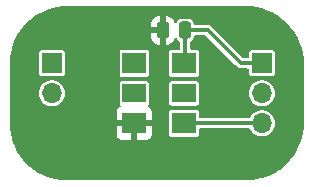
<source format=gtl>
%TF.GenerationSoftware,KiCad,Pcbnew,8.0.4*%
%TF.CreationDate,2024-08-08T10:26:26+02:00*%
%TF.ProjectId,Clock Oscillator,436c6f63-6b20-44f7-9363-696c6c61746f,V1*%
%TF.SameCoordinates,PX6d01460PY32de760*%
%TF.FileFunction,Copper,L1,Top*%
%TF.FilePolarity,Positive*%
%FSLAX46Y46*%
G04 Gerber Fmt 4.6, Leading zero omitted, Abs format (unit mm)*
G04 Created by KiCad (PCBNEW 8.0.4) date 2024-08-08 10:26:26*
%MOMM*%
%LPD*%
G01*
G04 APERTURE LIST*
G04 Aperture macros list*
%AMRoundRect*
0 Rectangle with rounded corners*
0 $1 Rounding radius*
0 $2 $3 $4 $5 $6 $7 $8 $9 X,Y pos of 4 corners*
0 Add a 4 corners polygon primitive as box body*
4,1,4,$2,$3,$4,$5,$6,$7,$8,$9,$2,$3,0*
0 Add four circle primitives for the rounded corners*
1,1,$1+$1,$2,$3*
1,1,$1+$1,$4,$5*
1,1,$1+$1,$6,$7*
1,1,$1+$1,$8,$9*
0 Add four rect primitives between the rounded corners*
20,1,$1+$1,$2,$3,$4,$5,0*
20,1,$1+$1,$4,$5,$6,$7,0*
20,1,$1+$1,$6,$7,$8,$9,0*
20,1,$1+$1,$8,$9,$2,$3,0*%
G04 Aperture macros list end*
%TA.AperFunction,ComponentPad*%
%ADD10R,1.700000X1.700000*%
%TD*%
%TA.AperFunction,ComponentPad*%
%ADD11O,1.700000X1.700000*%
%TD*%
%TA.AperFunction,SMDPad,CuDef*%
%ADD12R,2.000000X1.800000*%
%TD*%
%TA.AperFunction,SMDPad,CuDef*%
%ADD13R,2.000000X1.600000*%
%TD*%
%TA.AperFunction,SMDPad,CuDef*%
%ADD14RoundRect,0.250000X0.250000X0.475000X-0.250000X0.475000X-0.250000X-0.475000X0.250000X-0.475000X0*%
%TD*%
%TA.AperFunction,Conductor*%
%ADD15C,0.380000*%
%TD*%
G04 APERTURE END LIST*
D10*
%TO.P,J1,1,Pin_1*%
%TO.N,/~{Reset}*%
X0Y0D03*
D11*
%TO.P,J1,2,Pin_2*%
%TO.N,unconnected-(J1-Pin_2-Pad2)*%
X0Y-2540000D03*
%TO.P,J1,3,Pin_3*%
%TO.N,/GND*%
X0Y-5080000D03*
%TD*%
D10*
%TO.P,J2,1,Pin_1*%
%TO.N,/3.3V*%
X17780000Y0D03*
D11*
%TO.P,J2,2,Pin_2*%
%TO.N,unconnected-(J2-Pin_2-Pad2)*%
X17780000Y-2540000D03*
%TO.P,J2,3,Pin_3*%
%TO.N,/CLK*%
X17780000Y-5080000D03*
%TD*%
D12*
%TO.P,Y1,1,E/D*%
%TO.N,unconnected-(Y1-E{slash}D-Pad1)*%
X6994000Y0D03*
D13*
%TO.P,Y1,2,NC*%
%TO.N,unconnected-(Y1-NC-Pad2)*%
X6994000Y-2540000D03*
D12*
%TO.P,Y1,3,GND*%
%TO.N,/GND*%
X6994000Y-5080000D03*
%TO.P,Y1,4,OUT*%
%TO.N,/CLK*%
X11194000Y-5080000D03*
D13*
%TO.P,Y1,5,OUT2*%
%TO.N,unconnected-(Y1-OUT2-Pad5)*%
X11194000Y-2540000D03*
D12*
%TO.P,Y1,6,3V*%
%TO.N,/3.3V*%
X11194000Y0D03*
%TD*%
D14*
%TO.P,C2,1*%
%TO.N,/3.3V*%
X11298000Y2794000D03*
%TO.P,C2,2*%
%TO.N,/GND*%
X9398000Y2794000D03*
%TD*%
D15*
%TO.N,/GND*%
X9398000Y-4318000D02*
X9398000Y2794000D01*
X8636000Y-5080000D02*
X9398000Y-4318000D01*
X7094000Y-5080000D02*
X8636000Y-5080000D01*
X0Y-5080000D02*
X6994000Y-5080000D01*
%TO.N,/3.3V*%
X16002000Y0D02*
X13208000Y2794000D01*
X17780000Y0D02*
X16002000Y0D01*
X13208000Y2794000D02*
X11298000Y2794000D01*
X11298000Y2794000D02*
X11298000Y104000D01*
%TO.N,/CLK*%
X17780000Y-5080000D02*
X11194000Y-5080000D01*
%TD*%
%TA.AperFunction,Conductor*%
%TO.N,/GND*%
G36*
X2286000Y-9909498D02*
G01*
X1272701Y-9909498D01*
X1267293Y-9909380D01*
X854485Y-9891358D01*
X843709Y-9890415D01*
X640220Y-9863625D01*
X436734Y-9836835D01*
X426082Y-9834957D01*
X165489Y-9777185D01*
X25313Y-9746109D01*
X14870Y-9743311D01*
X-376631Y-9619871D01*
X-386794Y-9616172D01*
X-766039Y-9459082D01*
X-775843Y-9454510D01*
X-893717Y-9393149D01*
X-1139960Y-9264962D01*
X-1149316Y-9259561D01*
X-1322421Y-9149280D01*
X-1495519Y-9039004D01*
X-1504380Y-9032800D01*
X-1830045Y-8782909D01*
X-1838332Y-8775955D01*
X-2140982Y-8498627D01*
X-2148631Y-8490978D01*
X-2425959Y-8188328D01*
X-2432913Y-8180041D01*
X-2682798Y-7854384D01*
X-2689003Y-7845523D01*
X-2909565Y-7499309D01*
X-2914973Y-7489941D01*
X-3104516Y-7125832D01*
X-3109085Y-7116035D01*
X-3149139Y-7019335D01*
X-3266180Y-6736774D01*
X-3269869Y-6726639D01*
X-3393318Y-6335110D01*
X-3396107Y-6324698D01*
X-3484962Y-5923897D01*
X-3486834Y-5913278D01*
X-3540418Y-5506267D01*
X-3541358Y-5495532D01*
X-3559387Y-5082602D01*
X-3559504Y-5077210D01*
X-3559504Y-5035830D01*
X-3559504Y-2539999D01*
X-1105215Y-2539999D01*
X-1105215Y-2540000D01*
X-1086398Y-2743082D01*
X-1030583Y-2939247D01*
X-1030578Y-2939260D01*
X-939673Y-3121821D01*
X-816763Y-3284581D01*
X-666042Y-3421980D01*
X-666040Y-3421982D01*
X-566859Y-3483392D01*
X-492637Y-3529348D01*
X-302456Y-3603024D01*
X-101976Y-3640500D01*
X-101974Y-3640500D01*
X101974Y-3640500D01*
X101976Y-3640500D01*
X302456Y-3603024D01*
X492637Y-3529348D01*
X666041Y-3421981D01*
X816764Y-3284579D01*
X939673Y-3121821D01*
X1030582Y-2939250D01*
X1086397Y-2743083D01*
X1105215Y-2540000D01*
X1086397Y-2336917D01*
X1030582Y-2140750D01*
X939673Y-1958179D01*
X816764Y-1795421D01*
X816762Y-1795418D01*
X666041Y-1658019D01*
X666039Y-1658017D01*
X492642Y-1550655D01*
X492635Y-1550651D01*
X397546Y-1513814D01*
X302456Y-1476976D01*
X101976Y-1439500D01*
X-101976Y-1439500D01*
X-302456Y-1476976D01*
X-302459Y-1476976D01*
X-302459Y-1476977D01*
X-492636Y-1550651D01*
X-492643Y-1550655D01*
X-666040Y-1658017D01*
X-666042Y-1658019D01*
X-816763Y-1795418D01*
X-939673Y-1958178D01*
X-1030578Y-2140739D01*
X-1030583Y-2140752D01*
X-1086398Y-2336917D01*
X-1105215Y-2539999D01*
X-3559504Y-2539999D01*
X-3559503Y-2658D01*
X-3559387Y2659D01*
X-3541360Y415538D01*
X-3540420Y426270D01*
X-3486838Y833274D01*
X-3484964Y843904D01*
X-3478141Y874679D01*
X-1100500Y874679D01*
X-1100500Y-874678D01*
X-1085968Y-947735D01*
X-1085967Y-947739D01*
X-1085966Y-947740D01*
X-1030601Y-1030601D01*
X-947740Y-1085966D01*
X-947736Y-1085967D01*
X-874679Y-1100499D01*
X-874676Y-1100500D01*
X-874674Y-1100500D01*
X874676Y-1100500D01*
X874677Y-1100499D01*
X947740Y-1085966D01*
X1030601Y-1030601D01*
X1085966Y-947740D01*
X1100500Y-874674D01*
X1100500Y874674D01*
X1100500Y874677D01*
X1100499Y874679D01*
X1085967Y947736D01*
X1085966Y947740D01*
X1030601Y1030601D01*
X947740Y1085966D01*
X947739Y1085967D01*
X947735Y1085968D01*
X874677Y1100500D01*
X874674Y1100500D01*
X-874674Y1100500D01*
X-874677Y1100500D01*
X-947736Y1085968D01*
X-947740Y1085967D01*
X-1030601Y1030601D01*
X-1085967Y947740D01*
X-1085968Y947736D01*
X-1100500Y874679D01*
X-3478141Y874679D01*
X-3396109Y1244698D01*
X-3393311Y1255136D01*
X-3269871Y1646641D01*
X-3266183Y1656773D01*
X-3109080Y2036054D01*
X-3104522Y2045828D01*
X-2914957Y2409978D01*
X-2909575Y2419299D01*
X-2689002Y2765529D01*
X-2682811Y2774372D01*
X-2432899Y3100063D01*
X-2425959Y3108332D01*
X-2148631Y3410982D01*
X-2140982Y3418631D01*
X-1838332Y3695959D01*
X-1830063Y3702899D01*
X-1504372Y3952811D01*
X-1495529Y3959002D01*
X-1149299Y4179575D01*
X-1139978Y4184957D01*
X-775828Y4374522D01*
X-766054Y4379080D01*
X-386773Y4536183D01*
X-376641Y4539871D01*
X14873Y4663314D01*
X25302Y4666109D01*
X426096Y4754964D01*
X436726Y4756838D01*
X843730Y4810420D01*
X854462Y4811360D01*
X1267295Y4829385D01*
X1272704Y4829502D01*
X1365522Y4829502D01*
X1365531Y4829503D01*
X2286000Y4829503D01*
X2286000Y-9909498D01*
G37*
%TD.AperFunction*%
%TD*%
%TA.AperFunction,Conductor*%
%TO.N,/GND*%
G36*
X16512702Y4829386D02*
G01*
X16925533Y4811361D01*
X16936268Y4810421D01*
X17343279Y4756837D01*
X17353898Y4754965D01*
X17754695Y4666111D01*
X17765121Y4663317D01*
X18156631Y4539875D01*
X18166778Y4536182D01*
X18546042Y4379085D01*
X18555833Y4374519D01*
X18618431Y4341933D01*
X18919942Y4184976D01*
X18929310Y4179568D01*
X19275525Y3959005D01*
X19284386Y3952800D01*
X19610049Y3702910D01*
X19618324Y3695967D01*
X19920993Y3418623D01*
X19928636Y3410979D01*
X20205952Y3108341D01*
X20212906Y3100054D01*
X20462803Y2774382D01*
X20469007Y2765521D01*
X20689560Y2419324D01*
X20694965Y2409962D01*
X20823152Y2163719D01*
X20884513Y2045845D01*
X20889085Y2036041D01*
X21046174Y1656795D01*
X21049874Y1646630D01*
X21173313Y1255134D01*
X21176113Y1244684D01*
X21264960Y843919D01*
X21266838Y833267D01*
X21318547Y440500D01*
X21320418Y426293D01*
X21321361Y415516D01*
X21339380Y2799D01*
X21339498Y-2610D01*
X21339498Y-5077291D01*
X21339380Y-5082700D01*
X21321356Y-5495510D01*
X21320413Y-5506286D01*
X21266834Y-5913260D01*
X21264956Y-5923913D01*
X21176108Y-6324681D01*
X21173308Y-6335130D01*
X21049872Y-6726620D01*
X21046172Y-6736786D01*
X20889082Y-7116034D01*
X20884510Y-7125838D01*
X20694970Y-7489940D01*
X20689562Y-7499308D01*
X20468999Y-7845523D01*
X20462794Y-7854384D01*
X20212909Y-8180041D01*
X20205955Y-8188328D01*
X19928627Y-8490978D01*
X19920978Y-8498627D01*
X19618328Y-8775955D01*
X19610041Y-8782909D01*
X19284384Y-9032794D01*
X19275523Y-9038999D01*
X18929308Y-9259562D01*
X18919940Y-9264970D01*
X18555838Y-9454510D01*
X18546034Y-9459082D01*
X18166786Y-9616172D01*
X18156620Y-9619872D01*
X17765130Y-9743308D01*
X17754681Y-9746108D01*
X17353913Y-9834956D01*
X17343260Y-9836834D01*
X16936286Y-9890413D01*
X16925510Y-9891356D01*
X16512701Y-9909380D01*
X16507292Y-9909498D01*
X15494000Y-9909498D01*
X15494000Y-5520500D01*
X16693181Y-5520500D01*
X16760220Y-5540185D01*
X16804180Y-5589228D01*
X16840327Y-5661821D01*
X16963237Y-5824581D01*
X17113958Y-5961980D01*
X17113960Y-5961982D01*
X17213141Y-6023392D01*
X17287363Y-6069348D01*
X17477544Y-6143024D01*
X17678024Y-6180500D01*
X17678026Y-6180500D01*
X17881974Y-6180500D01*
X17881976Y-6180500D01*
X18082456Y-6143024D01*
X18272637Y-6069348D01*
X18446041Y-5961981D01*
X18596764Y-5824579D01*
X18719673Y-5661821D01*
X18810582Y-5479250D01*
X18866397Y-5283083D01*
X18885215Y-5080000D01*
X18866397Y-4876917D01*
X18810582Y-4680750D01*
X18719673Y-4498179D01*
X18596764Y-4335421D01*
X18596762Y-4335418D01*
X18446041Y-4198019D01*
X18446039Y-4198017D01*
X18272642Y-4090655D01*
X18272635Y-4090651D01*
X18177546Y-4053814D01*
X18082456Y-4016976D01*
X17881976Y-3979500D01*
X17678024Y-3979500D01*
X17477544Y-4016976D01*
X17477541Y-4016976D01*
X17477541Y-4016977D01*
X17287364Y-4090651D01*
X17287357Y-4090655D01*
X17113960Y-4198017D01*
X17113958Y-4198019D01*
X16963237Y-4335418D01*
X16840327Y-4498178D01*
X16840327Y-4498179D01*
X16804180Y-4570771D01*
X16756679Y-4622008D01*
X16693181Y-4639500D01*
X15494000Y-4639500D01*
X15494000Y-2539999D01*
X16674785Y-2539999D01*
X16674785Y-2540000D01*
X16693602Y-2743082D01*
X16749417Y-2939247D01*
X16749422Y-2939260D01*
X16840327Y-3121821D01*
X16963237Y-3284581D01*
X17113958Y-3421980D01*
X17113960Y-3421982D01*
X17213141Y-3483392D01*
X17287363Y-3529348D01*
X17477544Y-3603024D01*
X17678024Y-3640500D01*
X17678026Y-3640500D01*
X17881974Y-3640500D01*
X17881976Y-3640500D01*
X18082456Y-3603024D01*
X18272637Y-3529348D01*
X18446041Y-3421981D01*
X18596764Y-3284579D01*
X18719673Y-3121821D01*
X18810582Y-2939250D01*
X18866397Y-2743083D01*
X18885215Y-2540000D01*
X18866397Y-2336917D01*
X18810582Y-2140750D01*
X18719673Y-1958179D01*
X18596764Y-1795421D01*
X18596762Y-1795418D01*
X18446041Y-1658019D01*
X18446039Y-1658017D01*
X18272642Y-1550655D01*
X18272635Y-1550651D01*
X18177546Y-1513814D01*
X18082456Y-1476976D01*
X17881976Y-1439500D01*
X17678024Y-1439500D01*
X17477544Y-1476976D01*
X17477541Y-1476976D01*
X17477541Y-1476977D01*
X17287364Y-1550651D01*
X17287357Y-1550655D01*
X17113960Y-1658017D01*
X17113958Y-1658019D01*
X16963237Y-1795418D01*
X16840327Y-1958178D01*
X16749422Y-2140739D01*
X16749417Y-2140752D01*
X16693602Y-2336917D01*
X16674785Y-2539999D01*
X15494000Y-2539999D01*
X15494000Y-114961D01*
X15649512Y-270473D01*
X15731527Y-352488D01*
X15831973Y-410481D01*
X15944007Y-440500D01*
X16555500Y-440500D01*
X16622539Y-460185D01*
X16668294Y-512989D01*
X16679500Y-564500D01*
X16679500Y-874678D01*
X16694032Y-947735D01*
X16694033Y-947739D01*
X16694034Y-947740D01*
X16749399Y-1030601D01*
X16832260Y-1085966D01*
X16832264Y-1085967D01*
X16905321Y-1100499D01*
X16905324Y-1100500D01*
X16905326Y-1100500D01*
X18654676Y-1100500D01*
X18654677Y-1100499D01*
X18727740Y-1085966D01*
X18810601Y-1030601D01*
X18865966Y-947740D01*
X18880500Y-874674D01*
X18880500Y874674D01*
X18880500Y874677D01*
X18880499Y874679D01*
X18865967Y947736D01*
X18865966Y947740D01*
X18810601Y1030601D01*
X18727740Y1085966D01*
X18727739Y1085967D01*
X18727735Y1085968D01*
X18654677Y1100500D01*
X18654674Y1100500D01*
X16905326Y1100500D01*
X16905323Y1100500D01*
X16832264Y1085968D01*
X16832260Y1085967D01*
X16749399Y1030601D01*
X16694033Y947740D01*
X16694032Y947736D01*
X16679500Y874679D01*
X16679500Y564500D01*
X16659815Y497461D01*
X16607011Y451706D01*
X16555500Y440500D01*
X16235823Y440500D01*
X16168784Y460185D01*
X16148142Y476819D01*
X15494000Y1130961D01*
X15494000Y4829503D01*
X16507294Y4829503D01*
X16512702Y4829386D01*
G37*
%TD.AperFunction*%
%TD*%
%TA.AperFunction,Conductor*%
%TO.N,/GND*%
G36*
X15494000Y1130961D02*
G01*
X13478473Y3146488D01*
X13428250Y3175485D01*
X13378028Y3204481D01*
X13322010Y3219491D01*
X13265993Y3234500D01*
X13265992Y3234500D01*
X12168739Y3234500D01*
X12101700Y3254185D01*
X12055945Y3306989D01*
X12045449Y3345246D01*
X12045056Y3348898D01*
X12042091Y3376483D01*
X11991796Y3511331D01*
X11991795Y3511332D01*
X11991793Y3511336D01*
X11905547Y3626545D01*
X11905544Y3626548D01*
X11790335Y3712794D01*
X11790328Y3712798D01*
X11655486Y3763090D01*
X11655485Y3763091D01*
X11655483Y3763091D01*
X11595873Y3769500D01*
X11595863Y3769500D01*
X11000129Y3769500D01*
X11000123Y3769499D01*
X10940516Y3763092D01*
X10805671Y3712798D01*
X10805664Y3712794D01*
X10690455Y3626548D01*
X10690452Y3626545D01*
X10604206Y3511336D01*
X10604201Y3511326D01*
X10596817Y3491529D01*
X10554945Y3435596D01*
X10489480Y3411180D01*
X10421207Y3426033D01*
X10371803Y3475439D01*
X10362930Y3495860D01*
X10332358Y3588120D01*
X10332356Y3588125D01*
X10240315Y3737346D01*
X10116345Y3861316D01*
X9967124Y3953357D01*
X9967119Y3953359D01*
X9800697Y4008506D01*
X9800690Y4008507D01*
X9697986Y4019000D01*
X9648000Y4019000D01*
X9648000Y1569001D01*
X9697972Y1569001D01*
X9697986Y1569002D01*
X9800697Y1579495D01*
X9967119Y1634642D01*
X9967124Y1634644D01*
X10116345Y1726685D01*
X10240315Y1850655D01*
X10332356Y1999876D01*
X10332359Y1999883D01*
X10362930Y2092140D01*
X10402702Y2149585D01*
X10467218Y2176409D01*
X10535994Y2164094D01*
X10587194Y2116552D01*
X10596818Y2096471D01*
X10604203Y2076671D01*
X10604206Y2076665D01*
X10661691Y1999876D01*
X10690454Y1961454D01*
X10805669Y1875204D01*
X10805670Y1875204D01*
X10807811Y1873601D01*
X10849682Y1817667D01*
X10857500Y1774334D01*
X10857500Y1274500D01*
X10837815Y1207461D01*
X10785011Y1161706D01*
X10733500Y1150500D01*
X10169323Y1150500D01*
X10096264Y1135968D01*
X10096260Y1135967D01*
X10013399Y1080601D01*
X9958033Y997740D01*
X9958032Y997736D01*
X9943500Y924679D01*
X9943500Y-924678D01*
X9958032Y-997735D01*
X9958033Y-997739D01*
X9958034Y-997740D01*
X10013399Y-1080601D01*
X10096260Y-1135966D01*
X10096264Y-1135967D01*
X10169321Y-1150499D01*
X10169324Y-1150500D01*
X10169326Y-1150500D01*
X12218676Y-1150500D01*
X12218677Y-1150499D01*
X12291740Y-1135966D01*
X12374601Y-1080601D01*
X12429966Y-997740D01*
X12444500Y-924674D01*
X12444500Y924674D01*
X12444500Y924677D01*
X12444499Y924679D01*
X12429967Y997736D01*
X12429966Y997740D01*
X12374601Y1080601D01*
X12291740Y1135966D01*
X12291739Y1135967D01*
X12291735Y1135968D01*
X12218677Y1150500D01*
X12218674Y1150500D01*
X11862500Y1150500D01*
X11795461Y1170185D01*
X11749706Y1222989D01*
X11738500Y1274500D01*
X11738500Y1774334D01*
X11758185Y1841373D01*
X11788189Y1873601D01*
X11790329Y1875204D01*
X11790331Y1875204D01*
X11905546Y1961454D01*
X11991796Y2076669D01*
X12042091Y2211517D01*
X12045450Y2242756D01*
X12072188Y2307307D01*
X12129581Y2347155D01*
X12168739Y2353500D01*
X12974177Y2353500D01*
X13041216Y2333815D01*
X13061858Y2317181D01*
X15494000Y-114961D01*
X15494000Y-4639500D01*
X12568500Y-4639500D01*
X12501461Y-4619815D01*
X12455706Y-4567011D01*
X12444500Y-4515500D01*
X12444500Y-4155323D01*
X12444499Y-4155321D01*
X12429967Y-4082264D01*
X12429966Y-4082260D01*
X12374601Y-3999399D01*
X12291740Y-3944034D01*
X12291739Y-3944033D01*
X12291735Y-3944032D01*
X12218677Y-3929500D01*
X12218674Y-3929500D01*
X10169326Y-3929500D01*
X10169323Y-3929500D01*
X10096264Y-3944032D01*
X10096260Y-3944033D01*
X10013399Y-3999399D01*
X9958033Y-4082260D01*
X9958032Y-4082264D01*
X9943500Y-4155321D01*
X9943500Y-6004678D01*
X9958032Y-6077735D01*
X9958033Y-6077739D01*
X9958034Y-6077740D01*
X10013399Y-6160601D01*
X10096260Y-6215966D01*
X10096264Y-6215967D01*
X10169321Y-6230499D01*
X10169324Y-6230500D01*
X10169326Y-6230500D01*
X12218676Y-6230500D01*
X12218677Y-6230499D01*
X12291740Y-6215966D01*
X12374601Y-6160601D01*
X12429966Y-6077740D01*
X12444500Y-6004674D01*
X12444500Y-5644500D01*
X12464185Y-5577461D01*
X12516989Y-5531706D01*
X12568500Y-5520500D01*
X15494000Y-5520500D01*
X15494000Y-9909498D01*
X2286000Y-9909498D01*
X2286000Y-6027844D01*
X5494000Y-6027844D01*
X5500401Y-6087372D01*
X5500403Y-6087379D01*
X5550645Y-6222086D01*
X5550649Y-6222093D01*
X5636809Y-6337187D01*
X5636812Y-6337190D01*
X5751906Y-6423350D01*
X5751913Y-6423354D01*
X5886620Y-6473596D01*
X5886627Y-6473598D01*
X5946155Y-6479999D01*
X5946172Y-6480000D01*
X6744000Y-6480000D01*
X7244000Y-6480000D01*
X8041828Y-6480000D01*
X8041844Y-6479999D01*
X8101372Y-6473598D01*
X8101379Y-6473596D01*
X8236086Y-6423354D01*
X8236093Y-6423350D01*
X8351187Y-6337190D01*
X8351190Y-6337187D01*
X8437350Y-6222093D01*
X8437354Y-6222086D01*
X8487596Y-6087379D01*
X8487598Y-6087372D01*
X8493999Y-6027844D01*
X8494000Y-6027827D01*
X8494000Y-5330000D01*
X7244000Y-5330000D01*
X7244000Y-6480000D01*
X6744000Y-6480000D01*
X6744000Y-5330000D01*
X5494000Y-5330000D01*
X5494000Y-6027844D01*
X2286000Y-6027844D01*
X2286000Y-4132155D01*
X5494000Y-4132155D01*
X5494000Y-4830000D01*
X8494000Y-4830000D01*
X8494000Y-4132172D01*
X8493999Y-4132155D01*
X8487598Y-4072627D01*
X8487596Y-4072620D01*
X8437354Y-3937913D01*
X8437350Y-3937906D01*
X8351190Y-3822812D01*
X8351187Y-3822809D01*
X8236093Y-3736649D01*
X8236085Y-3736645D01*
X8214729Y-3728679D01*
X8158796Y-3686806D01*
X8134381Y-3621341D01*
X8149234Y-3553069D01*
X8170387Y-3524813D01*
X8174594Y-3520605D01*
X8174601Y-3520601D01*
X8229966Y-3437740D01*
X8244500Y-3364674D01*
X8244500Y-1715326D01*
X8244500Y-1715323D01*
X8244499Y-1715321D01*
X9943500Y-1715321D01*
X9943500Y-3364678D01*
X9958032Y-3437735D01*
X9958033Y-3437739D01*
X9958034Y-3437740D01*
X10013399Y-3520601D01*
X10061992Y-3553069D01*
X10096260Y-3575966D01*
X10096264Y-3575967D01*
X10169321Y-3590499D01*
X10169324Y-3590500D01*
X10169326Y-3590500D01*
X12218676Y-3590500D01*
X12218677Y-3590499D01*
X12291740Y-3575966D01*
X12374601Y-3520601D01*
X12429966Y-3437740D01*
X12444500Y-3364674D01*
X12444500Y-1715326D01*
X12444500Y-1715323D01*
X12444499Y-1715321D01*
X12429967Y-1642264D01*
X12429966Y-1642260D01*
X12374601Y-1559399D01*
X12291740Y-1504034D01*
X12291739Y-1504033D01*
X12291735Y-1504032D01*
X12218677Y-1489500D01*
X12218674Y-1489500D01*
X10169326Y-1489500D01*
X10169323Y-1489500D01*
X10096264Y-1504032D01*
X10096260Y-1504033D01*
X10013399Y-1559399D01*
X9958033Y-1642260D01*
X9958032Y-1642264D01*
X9943500Y-1715321D01*
X8244499Y-1715321D01*
X8229967Y-1642264D01*
X8229966Y-1642260D01*
X8174601Y-1559399D01*
X8091740Y-1504034D01*
X8091739Y-1504033D01*
X8091735Y-1504032D01*
X8018677Y-1489500D01*
X8018674Y-1489500D01*
X5969326Y-1489500D01*
X5969323Y-1489500D01*
X5896264Y-1504032D01*
X5896260Y-1504033D01*
X5813399Y-1559399D01*
X5758033Y-1642260D01*
X5758032Y-1642264D01*
X5743500Y-1715321D01*
X5743500Y-3364678D01*
X5758032Y-3437735D01*
X5758033Y-3437739D01*
X5758034Y-3437740D01*
X5813399Y-3520601D01*
X5813400Y-3520601D01*
X5813401Y-3520603D01*
X5817615Y-3524817D01*
X5851100Y-3586140D01*
X5846116Y-3655832D01*
X5804244Y-3711765D01*
X5773272Y-3728678D01*
X5751916Y-3736643D01*
X5751906Y-3736649D01*
X5636812Y-3822809D01*
X5636809Y-3822812D01*
X5550649Y-3937906D01*
X5550645Y-3937913D01*
X5500403Y-4072620D01*
X5500401Y-4072627D01*
X5494000Y-4132155D01*
X2286000Y-4132155D01*
X2286000Y924679D01*
X5743500Y924679D01*
X5743500Y-924678D01*
X5758032Y-997735D01*
X5758033Y-997739D01*
X5758034Y-997740D01*
X5813399Y-1080601D01*
X5896260Y-1135966D01*
X5896264Y-1135967D01*
X5969321Y-1150499D01*
X5969324Y-1150500D01*
X5969326Y-1150500D01*
X8018676Y-1150500D01*
X8018677Y-1150499D01*
X8091740Y-1135966D01*
X8174601Y-1080601D01*
X8229966Y-997740D01*
X8244500Y-924674D01*
X8244500Y924674D01*
X8244500Y924677D01*
X8244499Y924679D01*
X8229967Y997736D01*
X8229966Y997740D01*
X8174601Y1080601D01*
X8091740Y1135966D01*
X8091739Y1135967D01*
X8091735Y1135968D01*
X8018677Y1150500D01*
X8018674Y1150500D01*
X5969326Y1150500D01*
X5969323Y1150500D01*
X5896264Y1135968D01*
X5896260Y1135967D01*
X5813399Y1080601D01*
X5758033Y997740D01*
X5758032Y997736D01*
X5743500Y924679D01*
X2286000Y924679D01*
X2286000Y2269014D01*
X8398001Y2269014D01*
X8408494Y2166303D01*
X8463641Y1999881D01*
X8463643Y1999876D01*
X8555684Y1850655D01*
X8679654Y1726685D01*
X8828875Y1634644D01*
X8828880Y1634642D01*
X8995302Y1579495D01*
X8995309Y1579494D01*
X9098019Y1569001D01*
X9147999Y1569002D01*
X9148000Y1569002D01*
X9148000Y2544000D01*
X8398001Y2544000D01*
X8398001Y2269014D01*
X2286000Y2269014D01*
X2286000Y3318987D01*
X8398000Y3318987D01*
X8398000Y3044000D01*
X9148000Y3044000D01*
X9148000Y4019000D01*
X9147999Y4019001D01*
X9098029Y4019000D01*
X9098011Y4018999D01*
X8995302Y4008506D01*
X8828880Y3953359D01*
X8828875Y3953357D01*
X8679654Y3861316D01*
X8555684Y3737346D01*
X8463643Y3588125D01*
X8463641Y3588120D01*
X8408494Y3421698D01*
X8408493Y3421691D01*
X8398000Y3318987D01*
X2286000Y3318987D01*
X2286000Y4829503D01*
X15494000Y4829503D01*
X15494000Y1130961D01*
G37*
%TD.AperFunction*%
%TD*%
M02*

</source>
